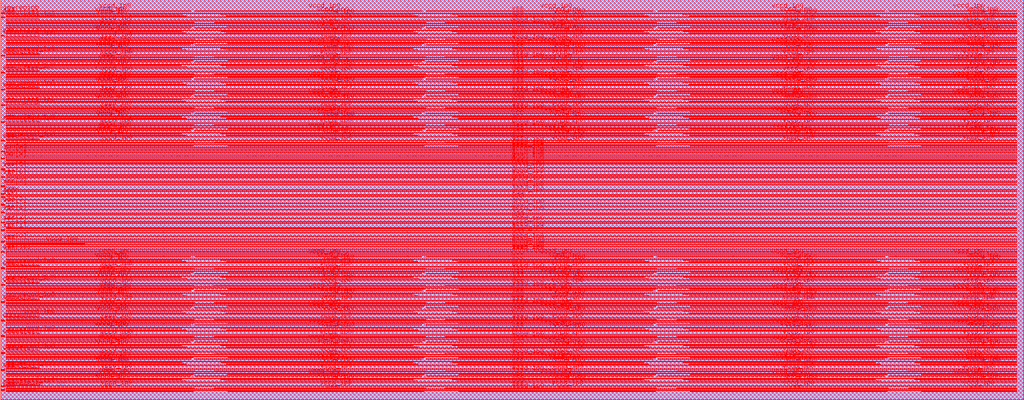
<source format=lef>
# Text_Tag % Vendor Intel % Product c73p4rfshdxrom % Techno P1273.1 % Tag_Spec 1.0 % ECCN US_3E002 % Signature 7d6e731266319034db308e638d9f2e55b99d318d % Version r1.0.0_m1.18 % _View_Id lef % Date_Time 20160303_050306 
################################################################################
# Intel Confidential                                                           #
################################################################################
# Copyright 2014 Intel Corporation.                                            #
# The information contained herein is the proprietary and confidential         #
# information of Intel or its licensors, and is supplied subject to, and       #
# may be used only in accordance with, previously executed agreements          #
# with Intel ,                                                                 #
# EXCEPT AS MAY OTHERWISE BE AGREED IN WRITING:                                #
# (1) ALL MATERIALS FURNISHED BY INTEL HEREUNDER ARE PROVIDED "AS IS"          #
#      WITHOUT WARRANTY OF ANY KIND;                                           #
# (2) INTEL SPECIFICALLY DISCLAIMS ANY WARRANTY OF NONINFRINGEMENT, FITNESS    #
#      FOR A PARTICULAR PURPOSE OR MERCHANTABILITY; AND                        #
# (3) INTEL WILL NOT BE LIABLE FOR ANY COSTS OF PROCUREMENT OF SUBSTITUTES,    #
#      LOSS OF PROFITS, INTERRUPTION OF BUSINESS, OR                           #
#      FOR ANY OTHER SPECIAL, CONSEQUENTIAL OR INCIDENTAL DAMAGES,             #
#      HOWEVER CAUSED, WHETHER FOR BREACH OF WARRANTY, CONTRACT,               #
#      TORT, NEGLIGENCE, STRICT LIABILITY OR OTHERWISE.                        #
################################################################################
################################################################################
#                                                                              #
# Vendor: Intel                                                                #
# Product: c73p4rfshdxrom                                                      #
# Version: r1.0.0_m1.18                                                        #
# Technology: p1273.1                                                          #
# Celltype: IP                                                                 #
# IP_Owner: Intel DTS CMO                                                      #
# Date_Time: YYYYMMDD_HHMMSS                                                   #
#                                                                              #
################################################################################
VERSION 5.5 ;
NAMESCASESENSITIVE ON ;
BUSBITCHARS "[]" ;
DIVIDERCHAR "/" ;
UNITS
   DATABASE MICRONS 1000 ;
END UNITS

SITE c73p1rfshdxrom2048x16hb4img100
  SIZE 75.432 by 29.526 ;
  SYMMETRY X Y ;
  CLASS CORE ;
END c73p1rfshdxrom2048x16hb4img100


MACRO c73p1rfshdxrom2048x16hb4img100
     FOREIGN c73p1rfshdxrom2048x16hb4img100 0.00 0.00 ;
     ORIGIN 0.00 0.00 ;
     SIZE 75.432 by 29.526 ;
     SYMMETRY X Y ;
     CLASS BLOCK ;
     SITE c73p1rfshdxrom2048x16hb4img100 ;
     PIN iar[10]
     DIRECTION input ;
          PORT
               LAYER m4 ;
               RECT 0 10.932 0.308 10.964 ;
          END
     END iar[10]
     PIN iar[0]
     DIRECTION input ;
          PORT
               LAYER m4 ;
               RECT 0 11.674 0.308 11.706 ;
          END
     END iar[0]
     PIN iar[1]
     DIRECTION input ;
          PORT
               LAYER m4 ;
               RECT 0 12.472 0.308 12.504 ;
          END
     END iar[1]
     PIN iar[2]
     DIRECTION input ;
          PORT
               LAYER m4 ;
               RECT 0 13.088 0.308 13.12 ;
          END
     END iar[2]
     PIN iar[4]
     DIRECTION input ;
          PORT
               LAYER m4 ;
               RECT 0 13.774 0.308 13.806 ;
          END
     END iar[4]
     PIN iar[3]
     DIRECTION input ;
          PORT
               LAYER m4 ;
               RECT 0 14.404 0.308 14.436 ;
          END
     END iar[3]
     PIN iar[7]
     DIRECTION input ;
          PORT
               LAYER m4 ;
               RECT 0 15.72 0.308 15.752 ;
          END
     END iar[7]
     PIN iar[6]
     DIRECTION input ;
          PORT
               LAYER m4 ;
               RECT 0 16.406 0.308 16.438 ;
          END
     END iar[6]
     PIN iar[5]
     DIRECTION input ;
          PORT
               LAYER m4 ;
               RECT 0 16.966 0.308 16.998 ;
          END
     END iar[5]
     PIN iar[9]
     DIRECTION input ;
          PORT
               LAYER m4 ;
               RECT 0 17.764 0.308 17.796 ;
          END
     END iar[9]
     PIN iar[8]
     DIRECTION input ;
          PORT
               LAYER m4 ;
               RECT 0 18.282 0.308 18.314 ;
          END
     END iar[8]
     PIN iren
     DIRECTION input ;
          PORT
               LAYER m4 ;
               RECT 0 15.146 0.308 15.178 ;
          END
     END iren
     PIN ickr
     DIRECTION input ;
          PORT
               LAYER m4 ;
               RECT 0 14.922 0.308 14.954 ;
          END
     END ickr
     PIN ipwreninb
     DIRECTION input ;
          PORT
               LAYER m4 ;
               RECT 0 28.544 0.308 28.576 ;
          END
     END ipwreninb
     PIN opwrenoutb
     DIRECTION output ;
          PORT
               LAYER m4 ;
               RECT 0 0.726 0.308 0.758 ;
          END
     END opwrenoutb
     PIN odout[0]
     DIRECTION output ;
          PORT
               LAYER m4 ;
               RECT 0 0.95 0.308 0.982 ;
          END
     END odout[0]
     PIN odout[1]
     DIRECTION output ;
          PORT
               LAYER m4 ;
               RECT 0 2.21 0.308 2.242 ;
          END
     END odout[1]
     PIN odout[2]
     DIRECTION output ;
          PORT
               LAYER m4 ;
               RECT 0 3.456 0.308 3.488 ;
          END
     END odout[2]
     PIN odout[3]
     DIRECTION output ;
          PORT
               LAYER m4 ;
               RECT 0 4.716 0.308 4.748 ;
          END
     END odout[3]
     PIN odout[4]
     DIRECTION output ;
          PORT
               LAYER m4 ;
               RECT 0 5.85 0.308 5.882 ;
          END
     END odout[4]
     PIN odout[5]
     DIRECTION output ;
          PORT
               LAYER m4 ;
               RECT 0 7.222 0.308 7.254 ;
          END
     END odout[5]
     PIN odout[6]
     DIRECTION output ;
          PORT
               LAYER m4 ;
               RECT 0 8.482 0.308 8.514 ;
          END
     END odout[6]
     PIN odout[7]
     DIRECTION output ;
          PORT
               LAYER m4 ;
               RECT 0 9.728 0.308 9.76 ;
          END
     END odout[7]
     PIN odout[8]
     DIRECTION output ;
          PORT
               LAYER m4 ;
               RECT 0 19.08 0.308 19.112 ;
          END
     END odout[8]
     PIN odout[9]
     DIRECTION output ;
          PORT
               LAYER m4 ;
               RECT 0 20.452 0.308 20.484 ;
          END
     END odout[9]
     PIN odout[10]
     DIRECTION output ;
          PORT
               LAYER m4 ;
               RECT 0 21.698 0.308 21.73 ;
          END
     END odout[10]
     PIN odout[11]
     DIRECTION output ;
          PORT
               LAYER m4 ;
               RECT 0 22.846 0.308 22.878 ;
          END
     END odout[11]
     PIN odout[12]
     DIRECTION output ;
          PORT
               LAYER m4 ;
               RECT 0 24.092 0.308 24.124 ;
          END
     END odout[12]
     PIN odout[13]
     DIRECTION output ;
          PORT
               LAYER m4 ;
               RECT 0 25.352 0.308 25.384 ;
          END
     END odout[13]
     PIN odout[14]
     DIRECTION output ;
          PORT
               LAYER m4 ;
               RECT 0 26.836 0.308 26.868 ;
          END
     END odout[14]
     PIN odout[15]
     DIRECTION output ;
          PORT
               LAYER m4 ;
               RECT 0 28.194 0.308 28.226 ;
          END
     END odout[15]
     PIN vccd_1p0
     SHAPE ABUTMENT ;
     USE   POWER ;
     DIRECTION input ;
          PORT
               LAYER m4 ;
               RECT 0.42 0.654 74.894 0.7 ;
          END
          PORT
               LAYER m4 ;
               RECT 0.42 0.852 14.274 0.892 ;
          END
          PORT
               LAYER m4 ;
               RECT 0.42 1.064 2.832 1.148 ;
          END
          PORT
               LAYER m4 ;
               RECT 0.42 1.34 13.678 1.386 ;
          END
          PORT
               LAYER m4 ;
               RECT 0.42 1.474 13.354 1.514 ;
          END
          PORT
               LAYER m4 ;
               RECT 0.42 1.722 14 1.768 ;
          END
          PORT
               LAYER m4 ;
               RECT 0.42 1.914 74.894 1.96 ;
          END
          PORT
               LAYER m4 ;
               RECT 0.42 10.16 13.678 10.206 ;
          END
          PORT
               LAYER m4 ;
               RECT 0.42 10.294 13.354 10.334 ;
          END
          PORT
               LAYER m4 ;
               RECT 0.42 10.542 14 10.588 ;
          END
          PORT
               LAYER m4 ;
               RECT 0.42 10.664 74.894 10.71 ;
          END
          PORT
               LAYER m4 ;
               RECT 0.42 10.884 74.894 10.93 ;
          END
          PORT
               LAYER m4 ;
               RECT 0.42 11.088 74.894 11.134 ;
          END
          PORT
               LAYER m4 ;
               RECT 0.42 11.292 74.894 11.332 ;
          END
          PORT
               LAYER m4 ;
               RECT 0.42 11.49 6.19 11.536 ;
          END
          PORT
               LAYER m4 ;
               RECT 0.42 11.56 74.894 11.6 ;
          END
          PORT
               LAYER m4 ;
               RECT 0.42 11.688 74.894 11.734 ;
          END
          PORT
               LAYER m4 ;
               RECT 0.42 12.322 74.894 12.362 ;
          END
          PORT
               LAYER m4 ;
               RECT 0.42 12.59 74.894 12.644 ;
          END
          PORT
               LAYER m4 ;
               RECT 0.42 13.006 74.894 13.046 ;
          END
          PORT
               LAYER m4 ;
               RECT 0.42 13.75 74.894 13.79 ;
          END
          PORT
               LAYER m4 ;
               RECT 0.42 14.246 74.894 14.286 ;
          END
          PORT
               LAYER m4 ;
               RECT 0.42 15.114 74.894 15.154 ;
          END
          PORT
               LAYER m4 ;
               RECT 0.42 15.486 74.894 15.526 ;
          END
          PORT
               LAYER m4 ;
               RECT 0.42 15.982 74.894 16.022 ;
          END
          PORT
               LAYER m4 ;
               RECT 0.42 16.478 74.894 16.518 ;
          END
          PORT
               LAYER m4 ;
               RECT 0.42 16.85 74.894 16.89 ;
          END
          PORT
               LAYER m4 ;
               RECT 0.42 17.098 74.894 17.138 ;
          END
          PORT
               LAYER m4 ;
               RECT 0.42 17.462 74.894 17.518 ;
          END
          PORT
               LAYER m4 ;
               RECT 0.42 17.606 74.894 17.652 ;
          END
          PORT
               LAYER m4 ;
               RECT 0.42 17.746 74.894 17.792 ;
          END
          PORT
               LAYER m4 ;
               RECT 0.42 17.896 74.894 17.942 ;
          END
          PORT
               LAYER m4 ;
               RECT 0.42 18.036 74.894 18.092 ;
          END
          PORT
               LAYER m4 ;
               RECT 0.42 18.196 74.894 18.242 ;
          END
          PORT
               LAYER m4 ;
               RECT 0.42 18.33 74.894 18.384 ;
          END
          PORT
               LAYER m4 ;
               RECT 0.42 18.478 74.894 18.524 ;
          END
          PORT
               LAYER m4 ;
               RECT 0.42 18.612 74.894 18.652 ;
          END
          PORT
               LAYER m4 ;
               RECT 0.42 18.798 74.894 18.844 ;
          END
          PORT
               LAYER m4 ;
               RECT 0.42 18.996 14.274 19.036 ;
          END
          PORT
               LAYER m4 ;
               RECT 0.42 19.208 2.832 19.292 ;
          END
          PORT
               LAYER m4 ;
               RECT 0.42 19.484 13.678 19.53 ;
          END
          PORT
               LAYER m4 ;
               RECT 0.42 19.618 13.354 19.658 ;
          END
          PORT
               LAYER m4 ;
               RECT 0.42 19.866 14 19.912 ;
          END
          PORT
               LAYER m4 ;
               RECT 0.42 2.112 14.274 2.152 ;
          END
          PORT
               LAYER m4 ;
               RECT 0.42 2.324 2.832 2.408 ;
          END
          PORT
               LAYER m4 ;
               RECT 0.42 2.6 13.678 2.646 ;
          END
          PORT
               LAYER m4 ;
               RECT 0.42 2.734 13.354 2.774 ;
          END
          PORT
               LAYER m4 ;
               RECT 0.42 2.982 14 3.028 ;
          END
          PORT
               LAYER m4 ;
               RECT 0.42 20.058 74.894 20.104 ;
          END
          PORT
               LAYER m4 ;
               RECT 0.42 20.256 14.274 20.296 ;
          END
          PORT
               LAYER m4 ;
               RECT 0.42 20.468 2.832 20.552 ;
          END
          PORT
               LAYER m4 ;
               RECT 0.42 20.744 13.678 20.79 ;
          END
          PORT
               LAYER m4 ;
               RECT 0.42 20.878 13.354 20.918 ;
          END
          PORT
               LAYER m4 ;
               RECT 0.42 21.126 14 21.172 ;
          END
          PORT
               LAYER m4 ;
               RECT 0.42 21.318 74.894 21.364 ;
          END
          PORT
               LAYER m4 ;
               RECT 0.42 21.516 14.274 21.556 ;
          END
          PORT
               LAYER m4 ;
               RECT 0.42 21.728 2.832 21.812 ;
          END
          PORT
               LAYER m4 ;
               RECT 0.42 22.004 13.678 22.05 ;
          END
          PORT
               LAYER m4 ;
               RECT 0.42 22.138 13.354 22.178 ;
          END
          PORT
               LAYER m4 ;
               RECT 0.42 22.386 14 22.432 ;
          END
          PORT
               LAYER m4 ;
               RECT 0.42 22.578 74.894 22.624 ;
          END
          PORT
               LAYER m4 ;
               RECT 0.42 22.776 14.274 22.816 ;
          END
          PORT
               LAYER m4 ;
               RECT 0.42 22.988 2.832 23.072 ;
          END
          PORT
               LAYER m4 ;
               RECT 0.42 23.264 13.678 23.31 ;
          END
          PORT
               LAYER m4 ;
               RECT 0.42 23.398 13.354 23.438 ;
          END
          PORT
               LAYER m4 ;
               RECT 0.42 23.646 14 23.692 ;
          END
          PORT
               LAYER m4 ;
               RECT 0.42 23.838 74.894 23.884 ;
          END
          PORT
               LAYER m4 ;
               RECT 0.42 24.036 14.274 24.076 ;
          END
          PORT
               LAYER m4 ;
               RECT 0.42 24.248 2.832 24.332 ;
          END
          PORT
               LAYER m4 ;
               RECT 0.42 24.524 13.678 24.57 ;
          END
          PORT
               LAYER m4 ;
               RECT 0.42 24.658 13.354 24.698 ;
          END
          PORT
               LAYER m4 ;
               RECT 0.42 24.906 14 24.952 ;
          END
          PORT
               LAYER m4 ;
               RECT 0.42 25.098 74.894 25.144 ;
          END
          PORT
               LAYER m4 ;
               RECT 0.42 25.296 14.274 25.336 ;
          END
          PORT
               LAYER m4 ;
               RECT 0.42 25.508 2.832 25.592 ;
          END
          PORT
               LAYER m4 ;
               RECT 0.42 25.784 13.678 25.83 ;
          END
          PORT
               LAYER m4 ;
               RECT 0.42 25.918 13.354 25.958 ;
          END
          PORT
               LAYER m4 ;
               RECT 0.42 26.166 14 26.212 ;
          END
          PORT
               LAYER m4 ;
               RECT 0.42 26.358 74.894 26.404 ;
          END
          PORT
               LAYER m4 ;
               RECT 0.42 26.556 14.274 26.596 ;
          END
          PORT
               LAYER m4 ;
               RECT 0.42 26.768 2.832 26.852 ;
          END
          PORT
               LAYER m4 ;
               RECT 0.42 27.044 13.678 27.09 ;
          END
          PORT
               LAYER m4 ;
               RECT 0.42 27.178 13.354 27.218 ;
          END
          PORT
               LAYER m4 ;
               RECT 0.42 27.426 14 27.472 ;
          END
          PORT
               LAYER m4 ;
               RECT 0.42 27.618 74.894 27.664 ;
          END
          PORT
               LAYER m4 ;
               RECT 0.42 27.816 14.274 27.856 ;
          END
          PORT
               LAYER m4 ;
               RECT 0.42 28.028 2.832 28.112 ;
          END
          PORT
               LAYER m4 ;
               RECT 0.42 28.304 13.678 28.35 ;
          END
          PORT
               LAYER m4 ;
               RECT 0.42 28.438 13.354 28.478 ;
          END
          PORT
               LAYER m4 ;
               RECT 0.42 28.686 14 28.732 ;
          END
          PORT
               LAYER m4 ;
               RECT 0.42 3.174 74.894 3.22 ;
          END
          PORT
               LAYER m4 ;
               RECT 0.42 3.372 14.274 3.412 ;
          END
          PORT
               LAYER m4 ;
               RECT 0.42 3.584 2.832 3.668 ;
          END
          PORT
               LAYER m4 ;
               RECT 0.42 3.86 13.678 3.906 ;
          END
          PORT
               LAYER m4 ;
               RECT 0.42 3.994 13.354 4.034 ;
          END
          PORT
               LAYER m4 ;
               RECT 0.42 4.242 14 4.288 ;
          END
          PORT
               LAYER m4 ;
               RECT 0.42 4.434 74.894 4.48 ;
          END
          PORT
               LAYER m4 ;
               RECT 0.42 4.632 14.274 4.672 ;
          END
          PORT
               LAYER m4 ;
               RECT 0.42 4.844 2.832 4.928 ;
          END
          PORT
               LAYER m4 ;
               RECT 0.42 5.12 13.678 5.166 ;
          END
          PORT
               LAYER m4 ;
               RECT 0.42 5.254 13.354 5.294 ;
          END
          PORT
               LAYER m4 ;
               RECT 0.42 5.502 14 5.548 ;
          END
          PORT
               LAYER m4 ;
               RECT 0.42 5.694 74.894 5.74 ;
          END
          PORT
               LAYER m4 ;
               RECT 0.42 5.892 14.274 5.932 ;
          END
          PORT
               LAYER m4 ;
               RECT 0.42 6.104 2.832 6.188 ;
          END
          PORT
               LAYER m4 ;
               RECT 0.42 6.38 13.678 6.426 ;
          END
          PORT
               LAYER m4 ;
               RECT 0.42 6.514 13.354 6.554 ;
          END
          PORT
               LAYER m4 ;
               RECT 0.42 6.762 14 6.808 ;
          END
          PORT
               LAYER m4 ;
               RECT 0.42 6.954 74.894 7 ;
          END
          PORT
               LAYER m4 ;
               RECT 0.42 7.152 14.274 7.192 ;
          END
          PORT
               LAYER m4 ;
               RECT 0.42 7.364 2.832 7.448 ;
          END
          PORT
               LAYER m4 ;
               RECT 0.42 7.64 13.678 7.686 ;
          END
          PORT
               LAYER m4 ;
               RECT 0.42 7.774 13.354 7.814 ;
          END
          PORT
               LAYER m4 ;
               RECT 0.42 8.022 14 8.068 ;
          END
          PORT
               LAYER m4 ;
               RECT 0.42 8.214 74.894 8.26 ;
          END
          PORT
               LAYER m4 ;
               RECT 0.42 8.412 14.274 8.452 ;
          END
          PORT
               LAYER m4 ;
               RECT 0.42 8.624 2.832 8.708 ;
          END
          PORT
               LAYER m4 ;
               RECT 0.42 8.9 13.678 8.946 ;
          END
          PORT
               LAYER m4 ;
               RECT 0.42 9.034 13.354 9.074 ;
          END
          PORT
               LAYER m4 ;
               RECT 0.42 9.282 14 9.328 ;
          END
          PORT
               LAYER m4 ;
               RECT 0.42 9.474 74.894 9.52 ;
          END
          PORT
               LAYER m4 ;
               RECT 0.42 9.672 14.274 9.712 ;
          END
          PORT
               LAYER m4 ;
               RECT 0.42 9.884 2.832 9.968 ;
          END
          PORT
               LAYER m4 ;
               RECT 14.32 1.722 31.052 1.768 ;
          END
          PORT
               LAYER m4 ;
               RECT 14.32 10.542 31.052 10.588 ;
          END
          PORT
               LAYER m4 ;
               RECT 14.32 19.866 31.052 19.912 ;
          END
          PORT
               LAYER m4 ;
               RECT 14.32 2.982 31.052 3.028 ;
          END
          PORT
               LAYER m4 ;
               RECT 14.32 21.126 31.052 21.172 ;
          END
          PORT
               LAYER m4 ;
               RECT 14.32 22.386 31.052 22.432 ;
          END
          PORT
               LAYER m4 ;
               RECT 14.32 23.646 31.052 23.692 ;
          END
          PORT
               LAYER m4 ;
               RECT 14.32 24.906 31.052 24.952 ;
          END
          PORT
               LAYER m4 ;
               RECT 14.32 26.166 31.052 26.212 ;
          END
          PORT
               LAYER m4 ;
               RECT 14.32 27.426 31.052 27.472 ;
          END
          PORT
               LAYER m4 ;
               RECT 14.32 28.686 31.052 28.732 ;
          END
          PORT
               LAYER m4 ;
               RECT 14.32 4.242 31.052 4.288 ;
          END
          PORT
               LAYER m4 ;
               RECT 14.32 5.502 31.052 5.548 ;
          END
          PORT
               LAYER m4 ;
               RECT 14.32 6.762 31.052 6.808 ;
          END
          PORT
               LAYER m4 ;
               RECT 14.32 8.022 31.052 8.068 ;
          END
          PORT
               LAYER m4 ;
               RECT 14.32 9.282 31.052 9.328 ;
          END
          PORT
               LAYER m4 ;
               RECT 15.73 0.852 31.326 0.892 ;
          END
          PORT
               LAYER m4 ;
               RECT 15.73 18.996 31.326 19.036 ;
          END
          PORT
               LAYER m4 ;
               RECT 15.73 2.112 31.326 2.152 ;
          END
          PORT
               LAYER m4 ;
               RECT 15.73 20.256 31.326 20.296 ;
          END
          PORT
               LAYER m4 ;
               RECT 15.73 21.516 31.326 21.556 ;
          END
          PORT
               LAYER m4 ;
               RECT 15.73 22.776 31.326 22.816 ;
          END
          PORT
               LAYER m4 ;
               RECT 15.73 24.036 31.326 24.076 ;
          END
          PORT
               LAYER m4 ;
               RECT 15.73 25.296 31.326 25.336 ;
          END
          PORT
               LAYER m4 ;
               RECT 15.73 26.556 31.326 26.596 ;
          END
          PORT
               LAYER m4 ;
               RECT 15.73 27.816 31.326 27.856 ;
          END
          PORT
               LAYER m4 ;
               RECT 15.73 3.372 31.326 3.412 ;
          END
          PORT
               LAYER m4 ;
               RECT 15.73 4.632 31.326 4.672 ;
          END
          PORT
               LAYER m4 ;
               RECT 15.73 5.892 31.326 5.932 ;
          END
          PORT
               LAYER m4 ;
               RECT 15.73 7.152 31.326 7.192 ;
          END
          PORT
               LAYER m4 ;
               RECT 15.73 8.412 31.326 8.452 ;
          END
          PORT
               LAYER m4 ;
               RECT 15.73 9.672 31.326 9.712 ;
          END
          PORT
               LAYER m4 ;
               RECT 16.219 1.474 30.406 1.514 ;
          END
          PORT
               LAYER m4 ;
               RECT 16.219 10.294 30.406 10.334 ;
          END
          PORT
               LAYER m4 ;
               RECT 16.219 19.618 30.406 19.658 ;
          END
          PORT
               LAYER m4 ;
               RECT 16.219 2.734 30.406 2.774 ;
          END
          PORT
               LAYER m4 ;
               RECT 16.219 20.878 30.406 20.918 ;
          END
          PORT
               LAYER m4 ;
               RECT 16.219 22.138 30.406 22.178 ;
          END
          PORT
               LAYER m4 ;
               RECT 16.219 23.398 30.406 23.438 ;
          END
          PORT
               LAYER m4 ;
               RECT 16.219 24.658 30.406 24.698 ;
          END
          PORT
               LAYER m4 ;
               RECT 16.219 25.918 30.406 25.958 ;
          END
          PORT
               LAYER m4 ;
               RECT 16.219 27.178 30.406 27.218 ;
          END
          PORT
               LAYER m4 ;
               RECT 16.219 28.438 30.406 28.478 ;
          END
          PORT
               LAYER m4 ;
               RECT 16.219 3.994 30.406 4.034 ;
          END
          PORT
               LAYER m4 ;
               RECT 16.219 5.254 30.406 5.294 ;
          END
          PORT
               LAYER m4 ;
               RECT 16.219 6.514 30.406 6.554 ;
          END
          PORT
               LAYER m4 ;
               RECT 16.219 7.774 30.406 7.814 ;
          END
          PORT
               LAYER m4 ;
               RECT 16.219 9.034 30.406 9.074 ;
          END
          PORT
               LAYER m4 ;
               RECT 16.638 1.34 30.73 1.386 ;
          END
          PORT
               LAYER m4 ;
               RECT 16.638 10.16 30.73 10.206 ;
          END
          PORT
               LAYER m4 ;
               RECT 16.638 19.484 30.73 19.53 ;
          END
          PORT
               LAYER m4 ;
               RECT 16.638 2.6 30.73 2.646 ;
          END
          PORT
               LAYER m4 ;
               RECT 16.638 20.744 30.73 20.79 ;
          END
          PORT
               LAYER m4 ;
               RECT 16.638 22.004 30.73 22.05 ;
          END
          PORT
               LAYER m4 ;
               RECT 16.638 23.264 30.73 23.31 ;
          END
          PORT
               LAYER m4 ;
               RECT 16.638 24.524 30.73 24.57 ;
          END
          PORT
               LAYER m4 ;
               RECT 16.638 25.784 30.73 25.83 ;
          END
          PORT
               LAYER m4 ;
               RECT 16.638 27.044 30.73 27.09 ;
          END
          PORT
               LAYER m4 ;
               RECT 16.638 28.304 30.73 28.35 ;
          END
          PORT
               LAYER m4 ;
               RECT 16.638 3.86 30.73 3.906 ;
          END
          PORT
               LAYER m4 ;
               RECT 16.638 5.12 30.73 5.166 ;
          END
          PORT
               LAYER m4 ;
               RECT 16.638 6.38 30.73 6.426 ;
          END
          PORT
               LAYER m4 ;
               RECT 16.638 7.64 30.73 7.686 ;
          END
          PORT
               LAYER m4 ;
               RECT 16.638 8.9 30.73 8.946 ;
          END
          PORT
               LAYER m4 ;
               RECT 31.372 1.722 48.104 1.768 ;
          END
          PORT
               LAYER m4 ;
               RECT 31.372 10.542 48.104 10.588 ;
          END
          PORT
               LAYER m4 ;
               RECT 31.372 19.866 48.104 19.912 ;
          END
          PORT
               LAYER m4 ;
               RECT 31.372 2.982 48.104 3.028 ;
          END
          PORT
               LAYER m4 ;
               RECT 31.372 21.126 48.104 21.172 ;
          END
          PORT
               LAYER m4 ;
               RECT 31.372 22.386 48.104 22.432 ;
          END
          PORT
               LAYER m4 ;
               RECT 31.372 23.646 48.104 23.692 ;
          END
          PORT
               LAYER m4 ;
               RECT 31.372 24.906 48.104 24.952 ;
          END
          PORT
               LAYER m4 ;
               RECT 31.372 26.166 48.104 26.212 ;
          END
          PORT
               LAYER m4 ;
               RECT 31.372 27.426 48.104 27.472 ;
          END
          PORT
               LAYER m4 ;
               RECT 31.372 28.686 48.104 28.732 ;
          END
          PORT
               LAYER m4 ;
               RECT 31.372 4.242 48.104 4.288 ;
          END
          PORT
               LAYER m4 ;
               RECT 31.372 5.502 48.104 5.548 ;
          END
          PORT
               LAYER m4 ;
               RECT 31.372 6.762 48.104 6.808 ;
          END
          PORT
               LAYER m4 ;
               RECT 31.372 8.022 48.104 8.068 ;
          END
          PORT
               LAYER m4 ;
               RECT 31.372 9.282 48.104 9.328 ;
          END
          PORT
               LAYER m4 ;
               RECT 32.782 0.852 48.378 0.892 ;
          END
          PORT
               LAYER m4 ;
               RECT 32.782 18.996 48.378 19.036 ;
          END
          PORT
               LAYER m4 ;
               RECT 32.782 2.112 48.378 2.152 ;
          END
          PORT
               LAYER m4 ;
               RECT 32.782 20.256 48.378 20.296 ;
          END
          PORT
               LAYER m4 ;
               RECT 32.782 21.516 48.378 21.556 ;
          END
          PORT
               LAYER m4 ;
               RECT 32.782 22.776 48.378 22.816 ;
          END
          PORT
               LAYER m4 ;
               RECT 32.782 24.036 48.378 24.076 ;
          END
          PORT
               LAYER m4 ;
               RECT 32.782 25.296 48.378 25.336 ;
          END
          PORT
               LAYER m4 ;
               RECT 32.782 26.556 48.378 26.596 ;
          END
          PORT
               LAYER m4 ;
               RECT 32.782 27.816 48.378 27.856 ;
          END
          PORT
               LAYER m4 ;
               RECT 32.782 3.372 48.378 3.412 ;
          END
          PORT
               LAYER m4 ;
               RECT 32.782 4.632 48.378 4.672 ;
          END
          PORT
               LAYER m4 ;
               RECT 32.782 5.892 48.378 5.932 ;
          END
          PORT
               LAYER m4 ;
               RECT 32.782 7.152 48.378 7.192 ;
          END
          PORT
               LAYER m4 ;
               RECT 32.782 8.412 48.378 8.452 ;
          END
          PORT
               LAYER m4 ;
               RECT 32.782 9.672 48.378 9.712 ;
          END
          PORT
               LAYER m4 ;
               RECT 33.271 1.474 47.458 1.514 ;
          END
          PORT
               LAYER m4 ;
               RECT 33.271 10.294 47.458 10.334 ;
          END
          PORT
               LAYER m4 ;
               RECT 33.271 19.618 47.458 19.658 ;
          END
          PORT
               LAYER m4 ;
               RECT 33.271 2.734 47.458 2.774 ;
          END
          PORT
               LAYER m4 ;
               RECT 33.271 20.878 47.458 20.918 ;
          END
          PORT
               LAYER m4 ;
               RECT 33.271 22.138 47.458 22.178 ;
          END
          PORT
               LAYER m4 ;
               RECT 33.271 23.398 47.458 23.438 ;
          END
          PORT
               LAYER m4 ;
               RECT 33.271 24.658 47.458 24.698 ;
          END
          PORT
               LAYER m4 ;
               RECT 33.271 25.918 47.458 25.958 ;
          END
          PORT
               LAYER m4 ;
               RECT 33.271 27.178 47.458 27.218 ;
          END
          PORT
               LAYER m4 ;
               RECT 33.271 28.438 47.458 28.478 ;
          END
          PORT
               LAYER m4 ;
               RECT 33.271 3.994 47.458 4.034 ;
          END
          PORT
               LAYER m4 ;
               RECT 33.271 5.254 47.458 5.294 ;
          END
          PORT
               LAYER m4 ;
               RECT 33.271 6.514 47.458 6.554 ;
          END
          PORT
               LAYER m4 ;
               RECT 33.271 7.774 47.458 7.814 ;
          END
          PORT
               LAYER m4 ;
               RECT 33.271 9.034 47.458 9.074 ;
          END
          PORT
               LAYER m4 ;
               RECT 33.69 1.34 47.782 1.386 ;
          END
          PORT
               LAYER m4 ;
               RECT 33.69 10.16 47.782 10.206 ;
          END
          PORT
               LAYER m4 ;
               RECT 33.69 19.484 47.782 19.53 ;
          END
          PORT
               LAYER m4 ;
               RECT 33.69 2.6 47.782 2.646 ;
          END
          PORT
               LAYER m4 ;
               RECT 33.69 20.744 47.782 20.79 ;
          END
          PORT
               LAYER m4 ;
               RECT 33.69 22.004 47.782 22.05 ;
          END
          PORT
               LAYER m4 ;
               RECT 33.69 23.264 47.782 23.31 ;
          END
          PORT
               LAYER m4 ;
               RECT 33.69 24.524 47.782 24.57 ;
          END
          PORT
               LAYER m4 ;
               RECT 33.69 25.784 47.782 25.83 ;
          END
          PORT
               LAYER m4 ;
               RECT 33.69 27.044 47.782 27.09 ;
          END
          PORT
               LAYER m4 ;
               RECT 33.69 28.304 47.782 28.35 ;
          END
          PORT
               LAYER m4 ;
               RECT 33.69 3.86 47.782 3.906 ;
          END
          PORT
               LAYER m4 ;
               RECT 33.69 5.12 47.782 5.166 ;
          END
          PORT
               LAYER m4 ;
               RECT 33.69 6.38 47.782 6.426 ;
          END
          PORT
               LAYER m4 ;
               RECT 33.69 7.64 47.782 7.686 ;
          END
          PORT
               LAYER m4 ;
               RECT 33.69 8.9 47.782 8.946 ;
          END
          PORT
               LAYER m4 ;
               RECT 48.424 1.722 65.156 1.768 ;
          END
          PORT
               LAYER m4 ;
               RECT 48.424 10.542 65.156 10.588 ;
          END
          PORT
               LAYER m4 ;
               RECT 48.424 19.866 65.156 19.912 ;
          END
          PORT
               LAYER m4 ;
               RECT 48.424 2.982 65.156 3.028 ;
          END
          PORT
               LAYER m4 ;
               RECT 48.424 21.126 65.156 21.172 ;
          END
          PORT
               LAYER m4 ;
               RECT 48.424 22.386 65.156 22.432 ;
          END
          PORT
               LAYER m4 ;
               RECT 48.424 23.646 65.156 23.692 ;
          END
          PORT
               LAYER m4 ;
               RECT 48.424 24.906 65.156 24.952 ;
          END
          PORT
               LAYER m4 ;
               RECT 48.424 26.166 65.156 26.212 ;
          END
          PORT
               LAYER m4 ;
               RECT 48.424 27.426 65.156 27.472 ;
          END
          PORT
               LAYER m4 ;
               RECT 48.424 28.686 65.156 28.732 ;
          END
          PORT
               LAYER m4 ;
               RECT 48.424 4.242 65.156 4.288 ;
          END
          PORT
               LAYER m4 ;
               RECT 48.424 5.502 65.156 5.548 ;
          END
          PORT
               LAYER m4 ;
               RECT 48.424 6.762 65.156 6.808 ;
          END
          PORT
               LAYER m4 ;
               RECT 48.424 8.022 65.156 8.068 ;
          END
          PORT
               LAYER m4 ;
               RECT 48.424 9.282 65.156 9.328 ;
          END
          PORT
               LAYER m4 ;
               RECT 49.834 0.852 65.43 0.892 ;
          END
          PORT
               LAYER m4 ;
               RECT 49.834 18.996 65.43 19.036 ;
          END
          PORT
               LAYER m4 ;
               RECT 49.834 2.112 65.43 2.152 ;
          END
          PORT
               LAYER m4 ;
               RECT 49.834 20.256 65.43 20.296 ;
          END
          PORT
               LAYER m4 ;
               RECT 49.834 21.516 65.43 21.556 ;
          END
          PORT
               LAYER m4 ;
               RECT 49.834 22.776 65.43 22.816 ;
          END
          PORT
               LAYER m4 ;
               RECT 49.834 24.036 65.43 24.076 ;
          END
          PORT
               LAYER m4 ;
               RECT 49.834 25.296 65.43 25.336 ;
          END
          PORT
               LAYER m4 ;
               RECT 49.834 26.556 65.43 26.596 ;
          END
          PORT
               LAYER m4 ;
               RECT 49.834 27.816 65.43 27.856 ;
          END
          PORT
               LAYER m4 ;
               RECT 49.834 3.372 65.43 3.412 ;
          END
          PORT
               LAYER m4 ;
               RECT 49.834 4.632 65.43 4.672 ;
          END
          PORT
               LAYER m4 ;
               RECT 49.834 5.892 65.43 5.932 ;
          END
          PORT
               LAYER m4 ;
               RECT 49.834 7.152 65.43 7.192 ;
          END
          PORT
               LAYER m4 ;
               RECT 49.834 8.412 65.43 8.452 ;
          END
          PORT
               LAYER m4 ;
               RECT 49.834 9.672 65.43 9.712 ;
          END
          PORT
               LAYER m4 ;
               RECT 50.323 1.474 64.51 1.514 ;
          END
          PORT
               LAYER m4 ;
               RECT 50.323 10.294 64.51 10.334 ;
          END
          PORT
               LAYER m4 ;
               RECT 50.323 19.618 64.51 19.658 ;
          END
          PORT
               LAYER m4 ;
               RECT 50.323 2.734 64.51 2.774 ;
          END
          PORT
               LAYER m4 ;
               RECT 50.323 20.878 64.51 20.918 ;
          END
          PORT
               LAYER m4 ;
               RECT 50.323 22.138 64.51 22.178 ;
          END
          PORT
               LAYER m4 ;
               RECT 50.323 23.398 64.51 23.438 ;
          END
          PORT
               LAYER m4 ;
               RECT 50.323 24.658 64.51 24.698 ;
          END
          PORT
               LAYER m4 ;
               RECT 50.323 25.918 64.51 25.958 ;
          END
          PORT
               LAYER m4 ;
               RECT 50.323 27.178 64.51 27.218 ;
          END
          PORT
               LAYER m4 ;
               RECT 50.323 28.438 64.51 28.478 ;
          END
          PORT
               LAYER m4 ;
               RECT 50.323 3.994 64.51 4.034 ;
          END
          PORT
               LAYER m4 ;
               RECT 50.323 5.254 64.51 5.294 ;
          END
          PORT
               LAYER m4 ;
               RECT 50.323 6.514 64.51 6.554 ;
          END
          PORT
               LAYER m4 ;
               RECT 50.323 7.774 64.51 7.814 ;
          END
          PORT
               LAYER m4 ;
               RECT 50.323 9.034 64.51 9.074 ;
          END
          PORT
               LAYER m4 ;
               RECT 50.742 1.34 64.834 1.386 ;
          END
          PORT
               LAYER m4 ;
               RECT 50.742 10.16 64.834 10.206 ;
          END
          PORT
               LAYER m4 ;
               RECT 50.742 19.484 64.834 19.53 ;
          END
          PORT
               LAYER m4 ;
               RECT 50.742 2.6 64.834 2.646 ;
          END
          PORT
               LAYER m4 ;
               RECT 50.742 20.744 64.834 20.79 ;
          END
          PORT
               LAYER m4 ;
               RECT 50.742 22.004 64.834 22.05 ;
          END
          PORT
               LAYER m4 ;
               RECT 50.742 23.264 64.834 23.31 ;
          END
          PORT
               LAYER m4 ;
               RECT 50.742 24.524 64.834 24.57 ;
          END
          PORT
               LAYER m4 ;
               RECT 50.742 25.784 64.834 25.83 ;
          END
          PORT
               LAYER m4 ;
               RECT 50.742 27.044 64.834 27.09 ;
          END
          PORT
               LAYER m4 ;
               RECT 50.742 28.304 64.834 28.35 ;
          END
          PORT
               LAYER m4 ;
               RECT 50.742 3.86 64.834 3.906 ;
          END
          PORT
               LAYER m4 ;
               RECT 50.742 5.12 64.834 5.166 ;
          END
          PORT
               LAYER m4 ;
               RECT 50.742 6.38 64.834 6.426 ;
          END
          PORT
               LAYER m4 ;
               RECT 50.742 7.64 64.834 7.686 ;
          END
          PORT
               LAYER m4 ;
               RECT 50.742 8.9 64.834 8.946 ;
          END
          PORT
               LAYER m4 ;
               RECT 65.476 1.722 74.894 1.768 ;
          END
          PORT
               LAYER m4 ;
               RECT 65.476 10.542 74.894 10.588 ;
          END
          PORT
               LAYER m4 ;
               RECT 65.476 19.866 74.894 19.912 ;
          END
          PORT
               LAYER m4 ;
               RECT 65.476 2.982 74.894 3.028 ;
          END
          PORT
               LAYER m4 ;
               RECT 65.476 21.126 74.894 21.172 ;
          END
          PORT
               LAYER m4 ;
               RECT 65.476 22.386 74.894 22.432 ;
          END
          PORT
               LAYER m4 ;
               RECT 65.476 23.646 74.894 23.692 ;
          END
          PORT
               LAYER m4 ;
               RECT 65.476 24.906 74.894 24.952 ;
          END
          PORT
               LAYER m4 ;
               RECT 65.476 26.166 74.894 26.212 ;
          END
          PORT
               LAYER m4 ;
               RECT 65.476 27.426 74.894 27.472 ;
          END
          PORT
               LAYER m4 ;
               RECT 65.476 28.686 74.894 28.732 ;
          END
          PORT
               LAYER m4 ;
               RECT 65.476 4.242 74.894 4.288 ;
          END
          PORT
               LAYER m4 ;
               RECT 65.476 5.502 74.894 5.548 ;
          END
          PORT
               LAYER m4 ;
               RECT 65.476 6.762 74.894 6.808 ;
          END
          PORT
               LAYER m4 ;
               RECT 65.476 8.022 74.894 8.068 ;
          END
          PORT
               LAYER m4 ;
               RECT 65.476 9.282 74.894 9.328 ;
          END
          PORT
               LAYER m4 ;
               RECT 66.886 0.852 74.894 0.892 ;
          END
          PORT
               LAYER m4 ;
               RECT 66.886 18.996 74.894 19.036 ;
          END
          PORT
               LAYER m4 ;
               RECT 66.886 2.112 74.894 2.152 ;
          END
          PORT
               LAYER m4 ;
               RECT 66.886 20.256 74.894 20.296 ;
          END
          PORT
               LAYER m4 ;
               RECT 66.886 21.516 74.894 21.556 ;
          END
          PORT
               LAYER m4 ;
               RECT 66.886 22.776 74.894 22.816 ;
          END
          PORT
               LAYER m4 ;
               RECT 66.886 24.036 74.894 24.076 ;
          END
          PORT
               LAYER m4 ;
               RECT 66.886 25.296 74.894 25.336 ;
          END
          PORT
               LAYER m4 ;
               RECT 66.886 26.556 74.894 26.596 ;
          END
          PORT
               LAYER m4 ;
               RECT 66.886 27.816 74.894 27.856 ;
          END
          PORT
               LAYER m4 ;
               RECT 66.886 3.372 74.894 3.412 ;
          END
          PORT
               LAYER m4 ;
               RECT 66.886 4.632 74.894 4.672 ;
          END
          PORT
               LAYER m4 ;
               RECT 66.886 5.892 74.894 5.932 ;
          END
          PORT
               LAYER m4 ;
               RECT 66.886 7.152 74.894 7.192 ;
          END
          PORT
               LAYER m4 ;
               RECT 66.886 8.412 74.894 8.452 ;
          END
          PORT
               LAYER m4 ;
               RECT 66.886 9.672 74.894 9.712 ;
          END
          PORT
               LAYER m4 ;
               RECT 67.375 1.474 74.894 1.514 ;
          END
          PORT
               LAYER m4 ;
               RECT 67.375 10.294 74.894 10.334 ;
          END
          PORT
               LAYER m4 ;
               RECT 67.375 19.618 74.894 19.658 ;
          END
          PORT
               LAYER m4 ;
               RECT 67.375 2.734 74.894 2.774 ;
          END
          PORT
               LAYER m4 ;
               RECT 67.375 20.878 74.894 20.918 ;
          END
          PORT
               LAYER m4 ;
               RECT 67.375 22.138 74.894 22.178 ;
          END
          PORT
               LAYER m4 ;
               RECT 67.375 23.398 74.894 23.438 ;
          END
          PORT
               LAYER m4 ;
               RECT 67.375 24.658 74.894 24.698 ;
          END
          PORT
               LAYER m4 ;
               RECT 67.375 25.918 74.894 25.958 ;
          END
          PORT
               LAYER m4 ;
               RECT 67.375 27.178 74.894 27.218 ;
          END
          PORT
               LAYER m4 ;
               RECT 67.375 28.438 74.894 28.478 ;
          END
          PORT
               LAYER m4 ;
               RECT 67.375 3.994 74.894 4.034 ;
          END
          PORT
               LAYER m4 ;
               RECT 67.375 5.254 74.894 5.294 ;
          END
          PORT
               LAYER m4 ;
               RECT 67.375 6.514 74.894 6.554 ;
          END
          PORT
               LAYER m4 ;
               RECT 67.375 7.774 74.894 7.814 ;
          END
          PORT
               LAYER m4 ;
               RECT 67.375 9.034 74.894 9.074 ;
          END
          PORT
               LAYER m4 ;
               RECT 67.794 1.34 74.894 1.386 ;
          END
          PORT
               LAYER m4 ;
               RECT 67.794 10.16 74.894 10.206 ;
          END
          PORT
               LAYER m4 ;
               RECT 67.794 19.484 74.894 19.53 ;
          END
          PORT
               LAYER m4 ;
               RECT 67.794 2.6 74.894 2.646 ;
          END
          PORT
               LAYER m4 ;
               RECT 67.794 20.744 74.894 20.79 ;
          END
          PORT
               LAYER m4 ;
               RECT 67.794 22.004 74.894 22.05 ;
          END
          PORT
               LAYER m4 ;
               RECT 67.794 23.264 74.894 23.31 ;
          END
          PORT
               LAYER m4 ;
               RECT 67.794 24.524 74.894 24.57 ;
          END
          PORT
               LAYER m4 ;
               RECT 67.794 25.784 74.894 25.83 ;
          END
          PORT
               LAYER m4 ;
               RECT 67.794 27.044 74.894 27.09 ;
          END
          PORT
               LAYER m4 ;
               RECT 67.794 28.304 74.894 28.35 ;
          END
          PORT
               LAYER m4 ;
               RECT 67.794 3.86 74.894 3.906 ;
          END
          PORT
               LAYER m4 ;
               RECT 67.794 5.12 74.894 5.166 ;
          END
          PORT
               LAYER m4 ;
               RECT 67.794 6.38 74.894 6.426 ;
          END
          PORT
               LAYER m4 ;
               RECT 67.794 7.64 74.894 7.686 ;
          END
          PORT
               LAYER m4 ;
               RECT 67.794 8.9 74.894 8.946 ;
          END
     END vccd_1p0
     PIN vss
     SHAPE ABUTMENT ;
     USE   GROUND ;
     DIRECTION input ;
          PORT
               LAYER m4 ;
               RECT 0 0.67 0.308 0.702 ;
          END
          PORT
               LAYER m4 ;
               RECT 0 1.006 0.308 1.038 ;
          END
          PORT
               LAYER m4 ;
               RECT 0 10.876 0.308 10.908 ;
          END
          PORT
               LAYER m4 ;
               RECT 0 11.618 0.308 11.65 ;
          END
          PORT
               LAYER m4 ;
               RECT 0 12.528 0.308 12.56 ;
          END
          PORT
               LAYER m4 ;
               RECT 0 13.032 0.302 13.064 ;
          END
          PORT
               LAYER m4 ;
               RECT 0 13.83 0.308 13.862 ;
          END
          PORT
               LAYER m4 ;
               RECT 0 14.348 0.308 14.38 ;
          END
          PORT
               LAYER m4 ;
               RECT 0 14.978 0.308 15.01 ;
          END
          PORT
               LAYER m4 ;
               RECT 0 15.202 0.308 15.234 ;
          END
          PORT
               LAYER m4 ;
               RECT 0 15.776 0.308 15.808 ;
          END
          PORT
               LAYER m4 ;
               RECT 0 16.462 0.308 16.494 ;
          END
          PORT
               LAYER m4 ;
               RECT 0 17.022 0.308 17.054 ;
          END
          PORT
               LAYER m4 ;
               RECT 0 17.82 0.308 17.852 ;
          END
          PORT
               LAYER m4 ;
               RECT 0 18.338 0.308 18.37 ;
          END
          PORT
               LAYER m4 ;
               RECT 0 19.136 0.308 19.168 ;
          END
          PORT
               LAYER m4 ;
               RECT 0 2.154 0.308 2.186 ;
          END
          PORT
               LAYER m4 ;
               RECT 0 20.508 0.308 20.54 ;
          END
          PORT
               LAYER m4 ;
               RECT 0 21.754 0.308 21.786 ;
          END
          PORT
               LAYER m4 ;
               RECT 0 22.902 0.308 22.934 ;
          END
          PORT
               LAYER m4 ;
               RECT 0 24.148 0.308 24.18 ;
          END
          PORT
               LAYER m4 ;
               RECT 0 25.408 0.308 25.44 ;
          END
          PORT
               LAYER m4 ;
               RECT 0 26.892 0.222 26.924 ;
          END
          PORT
               LAYER m4 ;
               RECT 0 28.25 0.222 28.282 ;
          END
          PORT
               LAYER m4 ;
               RECT 0 28.488 0.308 28.52 ;
          END
          PORT
               LAYER m4 ;
               RECT 0 3.4 0.308 3.432 ;
          END
          PORT
               LAYER m4 ;
               RECT 0 4.66 0.308 4.692 ;
          END
          PORT
               LAYER m4 ;
               RECT 0 5.794 0.308 5.826 ;
          END
          PORT
               LAYER m4 ;
               RECT 0 7.166 0.308 7.198 ;
          END
          PORT
               LAYER m4 ;
               RECT 0 8.426 0.308 8.458 ;
          END
          PORT
               LAYER m4 ;
               RECT 0 9.672 0.308 9.704 ;
          END
          PORT
               LAYER m4 ;
               RECT 0.42 0.584 14.184 0.63 ;
          END
          PORT
               LAYER m4 ;
               RECT 0.42 0.788 74.894 0.828 ;
          END
          PORT
               LAYER m4 ;
               RECT 0.42 0.986 74.894 1.04 ;
          END
          PORT
               LAYER m4 ;
               RECT 0.42 1.262 74.894 1.316 ;
          END
          PORT
               LAYER m4 ;
               RECT 0.42 1.538 74.894 1.578 ;
          END
          PORT
               LAYER m4 ;
               RECT 0.42 1.844 14.184 1.89 ;
          END
          PORT
               LAYER m4 ;
               RECT 0.42 10.082 74.894 10.136 ;
          END
          PORT
               LAYER m4 ;
               RECT 0.42 10.358 74.894 10.398 ;
          END
          PORT
               LAYER m4 ;
               RECT 0.42 10.814 74.894 10.86 ;
          END
          PORT
               LAYER m4 ;
               RECT 0.42 10.954 74.894 11 ;
          END
          PORT
               LAYER m4 ;
               RECT 0.42 11.426 74.894 11.466 ;
          END
          PORT
               LAYER m4 ;
               RECT 0.42 11.818 74.894 11.864 ;
          END
          PORT
               LAYER m4 ;
               RECT 0.42 12.068 74.894 12.108 ;
          END
          PORT
               LAYER m4 ;
               RECT 0.42 12.446 74.894 12.486 ;
          END
          PORT
               LAYER m4 ;
               RECT 0.42 12.668 74.894 12.728 ;
          END
          PORT
               LAYER m4 ;
               RECT 0.42 13.13 74.894 13.17 ;
          END
          PORT
               LAYER m4 ;
               RECT 0.42 13.378 74.894 13.418 ;
          END
          PORT
               LAYER m4 ;
               RECT 0.42 13.626 74.894 13.666 ;
          END
          PORT
               LAYER m4 ;
               RECT 0.42 13.998 74.894 14.038 ;
          END
          PORT
               LAYER m4 ;
               RECT 0.42 14.494 74.894 14.534 ;
          END
          PORT
               LAYER m4 ;
               RECT 0.42 14.742 74.894 14.782 ;
          END
          PORT
               LAYER m4 ;
               RECT 0.42 14.99 74.894 15.03 ;
          END
          PORT
               LAYER m4 ;
               RECT 0.42 15.362 74.894 15.402 ;
          END
          PORT
               LAYER m4 ;
               RECT 0.42 15.858 74.894 15.898 ;
          END
          PORT
               LAYER m4 ;
               RECT 0.42 16.106 74.894 16.146 ;
          END
          PORT
               LAYER m4 ;
               RECT 0.42 16.354 74.894 16.394 ;
          END
          PORT
               LAYER m4 ;
               RECT 0.42 16.602 74.894 16.642 ;
          END
          PORT
               LAYER m4 ;
               RECT 0.42 17.372 74.894 17.438 ;
          END
          PORT
               LAYER m4 ;
               RECT 0.42 17.676 74.894 17.722 ;
          END
          PORT
               LAYER m4 ;
               RECT 0.42 18.408 74.894 18.454 ;
          END
          PORT
               LAYER m4 ;
               RECT 0.42 18.728 14.184 18.774 ;
          END
          PORT
               LAYER m4 ;
               RECT 0.42 18.932 74.894 18.972 ;
          END
          PORT
               LAYER m4 ;
               RECT 0.42 19.13 74.894 19.184 ;
          END
          PORT
               LAYER m4 ;
               RECT 0.42 19.406 74.894 19.46 ;
          END
          PORT
               LAYER m4 ;
               RECT 0.42 19.682 74.894 19.722 ;
          END
          PORT
               LAYER m4 ;
               RECT 0.42 19.988 14.184 20.034 ;
          END
          PORT
               LAYER m4 ;
               RECT 0.42 2.048 74.894 2.088 ;
          END
          PORT
               LAYER m4 ;
               RECT 0.42 2.246 74.894 2.3 ;
          END
          PORT
               LAYER m4 ;
               RECT 0.42 2.522 74.894 2.576 ;
          END
          PORT
               LAYER m4 ;
               RECT 0.42 2.798 74.894 2.838 ;
          END
          PORT
               LAYER m4 ;
               RECT 0.42 20.192 74.894 20.232 ;
          END
          PORT
               LAYER m4 ;
               RECT 0.42 20.39 74.894 20.444 ;
          END
          PORT
               LAYER m4 ;
               RECT 0.42 20.666 74.894 20.72 ;
          END
          PORT
               LAYER m4 ;
               RECT 0.42 20.942 74.894 20.982 ;
          END
          PORT
               LAYER m4 ;
               RECT 0.42 21.248 14.184 21.294 ;
          END
          PORT
               LAYER m4 ;
               RECT 0.42 21.452 74.894 21.492 ;
          END
          PORT
               LAYER m4 ;
               RECT 0.42 21.65 74.894 21.704 ;
          END
          PORT
               LAYER m4 ;
               RECT 0.42 21.926 74.894 21.98 ;
          END
          PORT
               LAYER m4 ;
               RECT 0.42 22.202 74.894 22.242 ;
          END
          PORT
               LAYER m4 ;
               RECT 0.42 22.508 14.184 22.554 ;
          END
          PORT
               LAYER m4 ;
               RECT 0.42 22.712 74.894 22.752 ;
          END
          PORT
               LAYER m4 ;
               RECT 0.42 22.91 74.894 22.964 ;
          END
          PORT
               LAYER m4 ;
               RECT 0.42 23.186 74.894 23.24 ;
          END
          PORT
               LAYER m4 ;
               RECT 0.42 23.462 74.894 23.502 ;
          END
          PORT
               LAYER m4 ;
               RECT 0.42 23.768 14.184 23.814 ;
          END
          PORT
               LAYER m4 ;
               RECT 0.42 23.972 74.894 24.012 ;
          END
          PORT
               LAYER m4 ;
               RECT 0.42 24.17 74.894 24.224 ;
          END
          PORT
               LAYER m4 ;
               RECT 0.42 24.446 74.894 24.5 ;
          END
          PORT
               LAYER m4 ;
               RECT 0.42 24.722 74.894 24.762 ;
          END
          PORT
               LAYER m4 ;
               RECT 0.42 25.028 14.184 25.074 ;
          END
          PORT
               LAYER m4 ;
               RECT 0.42 25.232 74.894 25.272 ;
          END
          PORT
               LAYER m4 ;
               RECT 0.42 25.43 74.894 25.484 ;
          END
          PORT
               LAYER m4 ;
               RECT 0.42 25.706 74.894 25.76 ;
          END
          PORT
               LAYER m4 ;
               RECT 0.42 25.982 74.894 26.022 ;
          END
          PORT
               LAYER m4 ;
               RECT 0.42 26.288 14.184 26.334 ;
          END
          PORT
               LAYER m4 ;
               RECT 0.42 26.492 74.894 26.532 ;
          END
          PORT
               LAYER m4 ;
               RECT 0.42 26.69 74.894 26.744 ;
          END
          PORT
               LAYER m4 ;
               RECT 0.42 26.966 74.894 27.02 ;
          END
          PORT
               LAYER m4 ;
               RECT 0.42 27.242 74.894 27.282 ;
          END
          PORT
               LAYER m4 ;
               RECT 0.42 27.548 14.184 27.594 ;
          END
          PORT
               LAYER m4 ;
               RECT 0.42 27.752 74.894 27.792 ;
          END
          PORT
               LAYER m4 ;
               RECT 0.42 27.95 74.894 28.004 ;
          END
          PORT
               LAYER m4 ;
               RECT 0.42 28.226 74.894 28.28 ;
          END
          PORT
               LAYER m4 ;
               RECT 0.42 28.502 74.894 28.542 ;
          END
          PORT
               LAYER m4 ;
               RECT 0.42 3.104 14.184 3.15 ;
          END
          PORT
               LAYER m4 ;
               RECT 0.42 3.308 74.894 3.348 ;
          END
          PORT
               LAYER m4 ;
               RECT 0.42 3.506 74.894 3.56 ;
          END
          PORT
               LAYER m4 ;
               RECT 0.42 3.782 74.894 3.836 ;
          END
          PORT
               LAYER m4 ;
               RECT 0.42 4.058 74.894 4.098 ;
          END
          PORT
               LAYER m4 ;
               RECT 0.42 4.364 14.184 4.41 ;
          END
          PORT
               LAYER m4 ;
               RECT 0.42 4.568 74.894 4.608 ;
          END
          PORT
               LAYER m4 ;
               RECT 0.42 4.766 74.894 4.82 ;
          END
          PORT
               LAYER m4 ;
               RECT 0.42 5.042 74.894 5.096 ;
          END
          PORT
               LAYER m4 ;
               RECT 0.42 5.318 74.894 5.358 ;
          END
          PORT
               LAYER m4 ;
               RECT 0.42 5.624 14.184 5.67 ;
          END
          PORT
               LAYER m4 ;
               RECT 0.42 5.828 74.894 5.868 ;
          END
          PORT
               LAYER m4 ;
               RECT 0.42 6.026 74.894 6.08 ;
          END
          PORT
               LAYER m4 ;
               RECT 0.42 6.302 74.894 6.356 ;
          END
          PORT
               LAYER m4 ;
               RECT 0.42 6.578 74.894 6.618 ;
          END
          PORT
               LAYER m4 ;
               RECT 0.42 6.884 14.184 6.93 ;
          END
          PORT
               LAYER m4 ;
               RECT 0.42 7.088 74.894 7.128 ;
          END
          PORT
               LAYER m4 ;
               RECT 0.42 7.286 74.894 7.34 ;
          END
          PORT
               LAYER m4 ;
               RECT 0.42 7.562 74.894 7.616 ;
          END
          PORT
               LAYER m4 ;
               RECT 0.42 7.838 74.894 7.878 ;
          END
          PORT
               LAYER m4 ;
               RECT 0.42 8.144 14.184 8.19 ;
          END
          PORT
               LAYER m4 ;
               RECT 0.42 8.348 74.894 8.388 ;
          END
          PORT
               LAYER m4 ;
               RECT 0.42 8.546 74.894 8.6 ;
          END
          PORT
               LAYER m4 ;
               RECT 0.42 8.822 74.894 8.876 ;
          END
          PORT
               LAYER m4 ;
               RECT 0.42 9.098 74.894 9.138 ;
          END
          PORT
               LAYER m4 ;
               RECT 0.42 9.404 14.184 9.45 ;
          END
          PORT
               LAYER m4 ;
               RECT 0.42 9.608 74.894 9.648 ;
          END
          PORT
               LAYER m4 ;
               RECT 0.42 9.806 74.894 9.86 ;
          END
          PORT
               LAYER m4 ;
               RECT 16.718 0.584 31.236 0.63 ;
          END
          PORT
               LAYER m4 ;
               RECT 16.718 1.844 31.236 1.89 ;
          END
          PORT
               LAYER m4 ;
               RECT 16.718 18.728 31.236 18.774 ;
          END
          PORT
               LAYER m4 ;
               RECT 16.718 19.988 31.236 20.034 ;
          END
          PORT
               LAYER m4 ;
               RECT 16.718 21.248 31.236 21.294 ;
          END
          PORT
               LAYER m4 ;
               RECT 16.718 22.508 31.236 22.554 ;
          END
          PORT
               LAYER m4 ;
               RECT 16.718 23.768 31.236 23.814 ;
          END
          PORT
               LAYER m4 ;
               RECT 16.718 25.028 31.236 25.074 ;
          END
          PORT
               LAYER m4 ;
               RECT 16.718 26.288 31.236 26.334 ;
          END
          PORT
               LAYER m4 ;
               RECT 16.718 27.548 31.236 27.594 ;
          END
          PORT
               LAYER m4 ;
               RECT 16.718 3.104 31.236 3.15 ;
          END
          PORT
               LAYER m4 ;
               RECT 16.718 4.364 31.236 4.41 ;
          END
          PORT
               LAYER m4 ;
               RECT 16.718 5.624 31.236 5.67 ;
          END
          PORT
               LAYER m4 ;
               RECT 16.718 6.884 31.236 6.93 ;
          END
          PORT
               LAYER m4 ;
               RECT 16.718 8.144 31.236 8.19 ;
          END
          PORT
               LAYER m4 ;
               RECT 16.718 9.404 31.236 9.45 ;
          END
          PORT
               LAYER m4 ;
               RECT 33.77 0.584 48.288 0.63 ;
          END
          PORT
               LAYER m4 ;
               RECT 33.77 1.844 48.288 1.89 ;
          END
          PORT
               LAYER m4 ;
               RECT 33.77 18.728 48.288 18.774 ;
          END
          PORT
               LAYER m4 ;
               RECT 33.77 19.988 48.288 20.034 ;
          END
          PORT
               LAYER m4 ;
               RECT 33.77 21.248 48.288 21.294 ;
          END
          PORT
               LAYER m4 ;
               RECT 33.77 22.508 48.288 22.554 ;
          END
          PORT
               LAYER m4 ;
               RECT 33.77 23.768 48.288 23.814 ;
          END
          PORT
               LAYER m4 ;
               RECT 33.77 25.028 48.288 25.074 ;
          END
          PORT
               LAYER m4 ;
               RECT 33.77 26.288 48.288 26.334 ;
          END
          PORT
               LAYER m4 ;
               RECT 33.77 27.548 48.288 27.594 ;
          END
          PORT
               LAYER m4 ;
               RECT 33.77 3.104 48.288 3.15 ;
          END
          PORT
               LAYER m4 ;
               RECT 33.77 4.364 48.288 4.41 ;
          END
          PORT
               LAYER m4 ;
               RECT 33.77 5.624 48.288 5.67 ;
          END
          PORT
               LAYER m4 ;
               RECT 33.77 6.884 48.288 6.93 ;
          END
          PORT
               LAYER m4 ;
               RECT 33.77 8.144 48.288 8.19 ;
          END
          PORT
               LAYER m4 ;
               RECT 33.77 9.404 48.288 9.45 ;
          END
          PORT
               LAYER m4 ;
               RECT 50.822 0.584 65.34 0.63 ;
          END
          PORT
               LAYER m4 ;
               RECT 50.822 1.844 65.34 1.89 ;
          END
          PORT
               LAYER m4 ;
               RECT 50.822 18.728 65.34 18.774 ;
          END
          PORT
               LAYER m4 ;
               RECT 50.822 19.988 65.34 20.034 ;
          END
          PORT
               LAYER m4 ;
               RECT 50.822 21.248 65.34 21.294 ;
          END
          PORT
               LAYER m4 ;
               RECT 50.822 22.508 65.34 22.554 ;
          END
          PORT
               LAYER m4 ;
               RECT 50.822 23.768 65.34 23.814 ;
          END
          PORT
               LAYER m4 ;
               RECT 50.822 25.028 65.34 25.074 ;
          END
          PORT
               LAYER m4 ;
               RECT 50.822 26.288 65.34 26.334 ;
          END
          PORT
               LAYER m4 ;
               RECT 50.822 27.548 65.34 27.594 ;
          END
          PORT
               LAYER m4 ;
               RECT 50.822 3.104 65.34 3.15 ;
          END
          PORT
               LAYER m4 ;
               RECT 50.822 4.364 65.34 4.41 ;
          END
          PORT
               LAYER m4 ;
               RECT 50.822 5.624 65.34 5.67 ;
          END
          PORT
               LAYER m4 ;
               RECT 50.822 6.884 65.34 6.93 ;
          END
          PORT
               LAYER m4 ;
               RECT 50.822 8.144 65.34 8.19 ;
          END
          PORT
               LAYER m4 ;
               RECT 50.822 9.404 65.34 9.45 ;
          END
          PORT
               LAYER m4 ;
               RECT 67.874 0.584 74.894 0.63 ;
          END
          PORT
               LAYER m4 ;
               RECT 67.874 1.844 74.894 1.89 ;
          END
          PORT
               LAYER m4 ;
               RECT 67.874 18.728 74.894 18.774 ;
          END
          PORT
               LAYER m4 ;
               RECT 67.874 19.988 74.894 20.034 ;
          END
          PORT
               LAYER m4 ;
               RECT 67.874 21.248 74.894 21.294 ;
          END
          PORT
               LAYER m4 ;
               RECT 67.874 22.508 74.894 22.554 ;
          END
          PORT
               LAYER m4 ;
               RECT 67.874 23.768 74.894 23.814 ;
          END
          PORT
               LAYER m4 ;
               RECT 67.874 25.028 74.894 25.074 ;
          END
          PORT
               LAYER m4 ;
               RECT 67.874 26.288 74.894 26.334 ;
          END
          PORT
               LAYER m4 ;
               RECT 67.874 27.548 74.894 27.594 ;
          END
          PORT
               LAYER m4 ;
               RECT 67.874 3.104 74.894 3.15 ;
          END
          PORT
               LAYER m4 ;
               RECT 67.874 4.364 74.894 4.41 ;
          END
          PORT
               LAYER m4 ;
               RECT 67.874 5.624 74.894 5.67 ;
          END
          PORT
               LAYER m4 ;
               RECT 67.874 6.884 74.894 6.93 ;
          END
          PORT
               LAYER m4 ;
               RECT 67.874 8.144 74.894 8.19 ;
          END
          PORT
               LAYER m4 ;
               RECT 67.874 9.404 74.894 9.45 ;
          END
     END vss
     OBS
          LAYER m0 ;
               POLYGON
                    75.432 29.526 0 29.526 0 0 75.432 0 75.432 29.526 ;
          LAYER m1 ;
               POLYGON
                    75.432 29.526 0 29.526 0 0 75.432 0 75.432 29.526 ;
          LAYER m2 ;
               POLYGON
                    75.432 29.526 0 29.526 0 0 75.432 0 75.432 29.526 ;
          LAYER m3 ;
               POLYGON
                    75.432 29.526 0 29.526 0 0 75.432 0 75.432 29.526 ;
          LAYER m4 ;
               POLYGON
                    75.432 29.526 0 29.526 0 0 75.432 0 75.432 29.526 ;
     END
END c73p1rfshdxrom2048x16hb4img100
END LIBRARY

</source>
